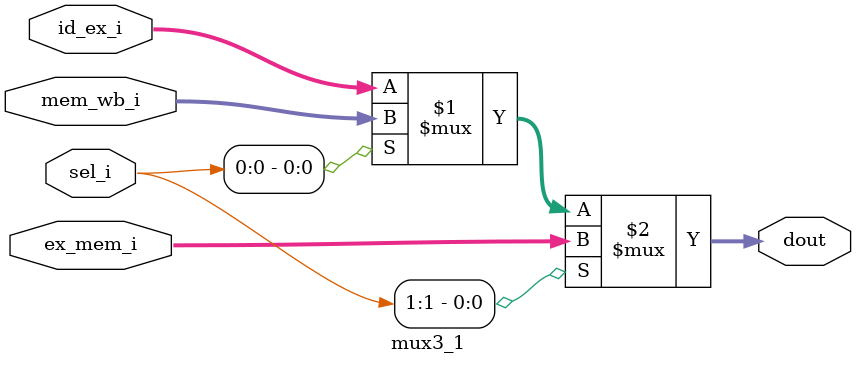
<source format=v>
module mux3_1(
	input	wire	[31:0]	ex_mem_i,
	input 	wire	[31:0]	mem_wb_i,
	input	wire 	[31:0]	id_ex_i,
	input	wire 	[1:0]	sel_i,
	output 	wire	[31:0]	dout
    );
	//sel[1]=1则选择din1,即ex_mem的值；sel[0]=1,选择din2，即mem_wb的值;否则，选择id_ex的值
	assign dout=sel_i[1] ? ex_mem_i : sel_i[0] ? mem_wb_i : id_ex_i ;


endmodule


</source>
